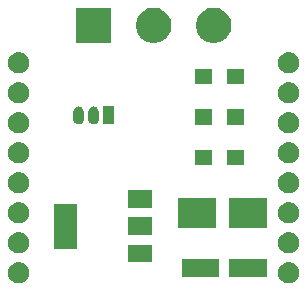
<source format=gbr>
G04 #@! TF.GenerationSoftware,KiCad,Pcbnew,(5.1.5)-3*
G04 #@! TF.CreationDate,2020-01-07T22:17:17+01:00*
G04 #@! TF.ProjectId,WirelessDS18B20,57697265-6c65-4737-9344-533138423230,rev?*
G04 #@! TF.SameCoordinates,Original*
G04 #@! TF.FileFunction,Soldermask,Bot*
G04 #@! TF.FilePolarity,Negative*
%FSLAX46Y46*%
G04 Gerber Fmt 4.6, Leading zero omitted, Abs format (unit mm)*
G04 Created by KiCad (PCBNEW (5.1.5)-3) date 2020-01-07 22:17:17*
%MOMM*%
%LPD*%
G04 APERTURE LIST*
%ADD10C,0.100000*%
G04 APERTURE END LIST*
D10*
G36*
X47887520Y-48664586D02*
G01*
X48051310Y-48732430D01*
X48198717Y-48830924D01*
X48324076Y-48956283D01*
X48422570Y-49103690D01*
X48490414Y-49267480D01*
X48525000Y-49441358D01*
X48525000Y-49618642D01*
X48490414Y-49792520D01*
X48422570Y-49956310D01*
X48324076Y-50103717D01*
X48198717Y-50229076D01*
X48051310Y-50327570D01*
X48051309Y-50327571D01*
X48051308Y-50327571D01*
X47887520Y-50395414D01*
X47713644Y-50430000D01*
X47536356Y-50430000D01*
X47362480Y-50395414D01*
X47198692Y-50327571D01*
X47198691Y-50327571D01*
X47198690Y-50327570D01*
X47051283Y-50229076D01*
X46925924Y-50103717D01*
X46827430Y-49956310D01*
X46759586Y-49792520D01*
X46725000Y-49618642D01*
X46725000Y-49441358D01*
X46759586Y-49267480D01*
X46827430Y-49103690D01*
X46925924Y-48956283D01*
X47051283Y-48830924D01*
X47198690Y-48732430D01*
X47362480Y-48664586D01*
X47536356Y-48630000D01*
X47713644Y-48630000D01*
X47887520Y-48664586D01*
G37*
G36*
X25027520Y-48664586D02*
G01*
X25191310Y-48732430D01*
X25338717Y-48830924D01*
X25464076Y-48956283D01*
X25562570Y-49103690D01*
X25630414Y-49267480D01*
X25665000Y-49441358D01*
X25665000Y-49618642D01*
X25630414Y-49792520D01*
X25562570Y-49956310D01*
X25464076Y-50103717D01*
X25338717Y-50229076D01*
X25191310Y-50327570D01*
X25191309Y-50327571D01*
X25191308Y-50327571D01*
X25027520Y-50395414D01*
X24853644Y-50430000D01*
X24676356Y-50430000D01*
X24502480Y-50395414D01*
X24338692Y-50327571D01*
X24338691Y-50327571D01*
X24338690Y-50327570D01*
X24191283Y-50229076D01*
X24065924Y-50103717D01*
X23967430Y-49956310D01*
X23899586Y-49792520D01*
X23865000Y-49618642D01*
X23865000Y-49441358D01*
X23899586Y-49267480D01*
X23967430Y-49103690D01*
X24065924Y-48956283D01*
X24191283Y-48830924D01*
X24338690Y-48732430D01*
X24502480Y-48664586D01*
X24676356Y-48630000D01*
X24853644Y-48630000D01*
X25027520Y-48664586D01*
G37*
G36*
X41764000Y-49899000D02*
G01*
X38564000Y-49899000D01*
X38564000Y-48399000D01*
X41764000Y-48399000D01*
X41764000Y-49899000D01*
G37*
G36*
X45764000Y-49899000D02*
G01*
X42564000Y-49899000D01*
X42564000Y-48399000D01*
X45764000Y-48399000D01*
X45764000Y-49899000D01*
G37*
G36*
X36027000Y-48643000D02*
G01*
X34027000Y-48643000D01*
X34027000Y-47143000D01*
X36027000Y-47143000D01*
X36027000Y-48643000D01*
G37*
G36*
X47887520Y-46124586D02*
G01*
X48051310Y-46192430D01*
X48198717Y-46290924D01*
X48324076Y-46416283D01*
X48422570Y-46563690D01*
X48490414Y-46727480D01*
X48525000Y-46901358D01*
X48525000Y-47078642D01*
X48490414Y-47252520D01*
X48422570Y-47416310D01*
X48324076Y-47563717D01*
X48198717Y-47689076D01*
X48051310Y-47787570D01*
X48051309Y-47787571D01*
X48051308Y-47787571D01*
X47887520Y-47855414D01*
X47713644Y-47890000D01*
X47536356Y-47890000D01*
X47362480Y-47855414D01*
X47198692Y-47787571D01*
X47198691Y-47787571D01*
X47198690Y-47787570D01*
X47051283Y-47689076D01*
X46925924Y-47563717D01*
X46827430Y-47416310D01*
X46759586Y-47252520D01*
X46725000Y-47078642D01*
X46725000Y-46901358D01*
X46759586Y-46727480D01*
X46827430Y-46563690D01*
X46925924Y-46416283D01*
X47051283Y-46290924D01*
X47198690Y-46192430D01*
X47362480Y-46124586D01*
X47536356Y-46090000D01*
X47713644Y-46090000D01*
X47887520Y-46124586D01*
G37*
G36*
X25027520Y-46124586D02*
G01*
X25191310Y-46192430D01*
X25338717Y-46290924D01*
X25464076Y-46416283D01*
X25562570Y-46563690D01*
X25630414Y-46727480D01*
X25665000Y-46901358D01*
X25665000Y-47078642D01*
X25630414Y-47252520D01*
X25562570Y-47416310D01*
X25464076Y-47563717D01*
X25338717Y-47689076D01*
X25191310Y-47787570D01*
X25191309Y-47787571D01*
X25191308Y-47787571D01*
X25027520Y-47855414D01*
X24853644Y-47890000D01*
X24676356Y-47890000D01*
X24502480Y-47855414D01*
X24338692Y-47787571D01*
X24338691Y-47787571D01*
X24338690Y-47787570D01*
X24191283Y-47689076D01*
X24065924Y-47563717D01*
X23967430Y-47416310D01*
X23899586Y-47252520D01*
X23865000Y-47078642D01*
X23865000Y-46901358D01*
X23899586Y-46727480D01*
X23967430Y-46563690D01*
X24065924Y-46416283D01*
X24191283Y-46290924D01*
X24338690Y-46192430D01*
X24502480Y-46124586D01*
X24676356Y-46090000D01*
X24853644Y-46090000D01*
X25027520Y-46124586D01*
G37*
G36*
X29727000Y-47493000D02*
G01*
X27727000Y-47493000D01*
X27727000Y-43693000D01*
X29727000Y-43693000D01*
X29727000Y-47493000D01*
G37*
G36*
X36027000Y-46343000D02*
G01*
X34027000Y-46343000D01*
X34027000Y-44843000D01*
X36027000Y-44843000D01*
X36027000Y-46343000D01*
G37*
G36*
X45778000Y-45700000D02*
G01*
X42578000Y-45700000D01*
X42578000Y-43200000D01*
X45778000Y-43200000D01*
X45778000Y-45700000D01*
G37*
G36*
X41478000Y-45700000D02*
G01*
X38278000Y-45700000D01*
X38278000Y-43200000D01*
X41478000Y-43200000D01*
X41478000Y-45700000D01*
G37*
G36*
X25027520Y-43584586D02*
G01*
X25191310Y-43652430D01*
X25338717Y-43750924D01*
X25464076Y-43876283D01*
X25562570Y-44023690D01*
X25562571Y-44023692D01*
X25630414Y-44187480D01*
X25665000Y-44361356D01*
X25665000Y-44538644D01*
X25630414Y-44712520D01*
X25576368Y-44843000D01*
X25562570Y-44876310D01*
X25464076Y-45023717D01*
X25338717Y-45149076D01*
X25191310Y-45247570D01*
X25191309Y-45247571D01*
X25191308Y-45247571D01*
X25027520Y-45315414D01*
X24853644Y-45350000D01*
X24676356Y-45350000D01*
X24502480Y-45315414D01*
X24338692Y-45247571D01*
X24338691Y-45247571D01*
X24338690Y-45247570D01*
X24191283Y-45149076D01*
X24065924Y-45023717D01*
X23967430Y-44876310D01*
X23953633Y-44843000D01*
X23899586Y-44712520D01*
X23865000Y-44538644D01*
X23865000Y-44361356D01*
X23899586Y-44187480D01*
X23967429Y-44023692D01*
X23967430Y-44023690D01*
X24065924Y-43876283D01*
X24191283Y-43750924D01*
X24338690Y-43652430D01*
X24502480Y-43584586D01*
X24676356Y-43550000D01*
X24853644Y-43550000D01*
X25027520Y-43584586D01*
G37*
G36*
X47887520Y-43584586D02*
G01*
X48051310Y-43652430D01*
X48198717Y-43750924D01*
X48324076Y-43876283D01*
X48422570Y-44023690D01*
X48422571Y-44023692D01*
X48490414Y-44187480D01*
X48525000Y-44361356D01*
X48525000Y-44538644D01*
X48490414Y-44712520D01*
X48436368Y-44843000D01*
X48422570Y-44876310D01*
X48324076Y-45023717D01*
X48198717Y-45149076D01*
X48051310Y-45247570D01*
X48051309Y-45247571D01*
X48051308Y-45247571D01*
X47887520Y-45315414D01*
X47713644Y-45350000D01*
X47536356Y-45350000D01*
X47362480Y-45315414D01*
X47198692Y-45247571D01*
X47198691Y-45247571D01*
X47198690Y-45247570D01*
X47051283Y-45149076D01*
X46925924Y-45023717D01*
X46827430Y-44876310D01*
X46813633Y-44843000D01*
X46759586Y-44712520D01*
X46725000Y-44538644D01*
X46725000Y-44361356D01*
X46759586Y-44187480D01*
X46827429Y-44023692D01*
X46827430Y-44023690D01*
X46925924Y-43876283D01*
X47051283Y-43750924D01*
X47198690Y-43652430D01*
X47362480Y-43584586D01*
X47536356Y-43550000D01*
X47713644Y-43550000D01*
X47887520Y-43584586D01*
G37*
G36*
X36027000Y-44043000D02*
G01*
X34027000Y-44043000D01*
X34027000Y-42543000D01*
X36027000Y-42543000D01*
X36027000Y-44043000D01*
G37*
G36*
X25027520Y-41044586D02*
G01*
X25191310Y-41112430D01*
X25338717Y-41210924D01*
X25464076Y-41336283D01*
X25562570Y-41483690D01*
X25630414Y-41647480D01*
X25665000Y-41821358D01*
X25665000Y-41998642D01*
X25630414Y-42172520D01*
X25562570Y-42336310D01*
X25464076Y-42483717D01*
X25338717Y-42609076D01*
X25191310Y-42707570D01*
X25191309Y-42707571D01*
X25191308Y-42707571D01*
X25027520Y-42775414D01*
X24853644Y-42810000D01*
X24676356Y-42810000D01*
X24502480Y-42775414D01*
X24338692Y-42707571D01*
X24338691Y-42707571D01*
X24338690Y-42707570D01*
X24191283Y-42609076D01*
X24065924Y-42483717D01*
X23967430Y-42336310D01*
X23899586Y-42172520D01*
X23865000Y-41998642D01*
X23865000Y-41821358D01*
X23899586Y-41647480D01*
X23967430Y-41483690D01*
X24065924Y-41336283D01*
X24191283Y-41210924D01*
X24338690Y-41112430D01*
X24502480Y-41044586D01*
X24676356Y-41010000D01*
X24853644Y-41010000D01*
X25027520Y-41044586D01*
G37*
G36*
X47887520Y-41044586D02*
G01*
X48051310Y-41112430D01*
X48198717Y-41210924D01*
X48324076Y-41336283D01*
X48422570Y-41483690D01*
X48490414Y-41647480D01*
X48525000Y-41821358D01*
X48525000Y-41998642D01*
X48490414Y-42172520D01*
X48422570Y-42336310D01*
X48324076Y-42483717D01*
X48198717Y-42609076D01*
X48051310Y-42707570D01*
X48051309Y-42707571D01*
X48051308Y-42707571D01*
X47887520Y-42775414D01*
X47713644Y-42810000D01*
X47536356Y-42810000D01*
X47362480Y-42775414D01*
X47198692Y-42707571D01*
X47198691Y-42707571D01*
X47198690Y-42707570D01*
X47051283Y-42609076D01*
X46925924Y-42483717D01*
X46827430Y-42336310D01*
X46759586Y-42172520D01*
X46725000Y-41998642D01*
X46725000Y-41821358D01*
X46759586Y-41647480D01*
X46827430Y-41483690D01*
X46925924Y-41336283D01*
X47051283Y-41210924D01*
X47198690Y-41112430D01*
X47362480Y-41044586D01*
X47536356Y-41010000D01*
X47713644Y-41010000D01*
X47887520Y-41044586D01*
G37*
G36*
X43883000Y-40401000D02*
G01*
X42383000Y-40401000D01*
X42383000Y-39101000D01*
X43883000Y-39101000D01*
X43883000Y-40401000D01*
G37*
G36*
X41183000Y-40401000D02*
G01*
X39683000Y-40401000D01*
X39683000Y-39101000D01*
X41183000Y-39101000D01*
X41183000Y-40401000D01*
G37*
G36*
X47887520Y-38504586D02*
G01*
X48051310Y-38572430D01*
X48198717Y-38670924D01*
X48324076Y-38796283D01*
X48422570Y-38943690D01*
X48490414Y-39107480D01*
X48525000Y-39281358D01*
X48525000Y-39458642D01*
X48490414Y-39632520D01*
X48422570Y-39796310D01*
X48324076Y-39943717D01*
X48198717Y-40069076D01*
X48051310Y-40167570D01*
X48051309Y-40167571D01*
X48051308Y-40167571D01*
X47887520Y-40235414D01*
X47713644Y-40270000D01*
X47536356Y-40270000D01*
X47362480Y-40235414D01*
X47198692Y-40167571D01*
X47198691Y-40167571D01*
X47198690Y-40167570D01*
X47051283Y-40069076D01*
X46925924Y-39943717D01*
X46827430Y-39796310D01*
X46759586Y-39632520D01*
X46725000Y-39458642D01*
X46725000Y-39281358D01*
X46759586Y-39107480D01*
X46827430Y-38943690D01*
X46925924Y-38796283D01*
X47051283Y-38670924D01*
X47198690Y-38572430D01*
X47362480Y-38504586D01*
X47536356Y-38470000D01*
X47713644Y-38470000D01*
X47887520Y-38504586D01*
G37*
G36*
X25027520Y-38504586D02*
G01*
X25191310Y-38572430D01*
X25338717Y-38670924D01*
X25464076Y-38796283D01*
X25562570Y-38943690D01*
X25630414Y-39107480D01*
X25665000Y-39281358D01*
X25665000Y-39458642D01*
X25630414Y-39632520D01*
X25562570Y-39796310D01*
X25464076Y-39943717D01*
X25338717Y-40069076D01*
X25191310Y-40167570D01*
X25191309Y-40167571D01*
X25191308Y-40167571D01*
X25027520Y-40235414D01*
X24853644Y-40270000D01*
X24676356Y-40270000D01*
X24502480Y-40235414D01*
X24338692Y-40167571D01*
X24338691Y-40167571D01*
X24338690Y-40167570D01*
X24191283Y-40069076D01*
X24065924Y-39943717D01*
X23967430Y-39796310D01*
X23899586Y-39632520D01*
X23865000Y-39458642D01*
X23865000Y-39281358D01*
X23899586Y-39107480D01*
X23967430Y-38943690D01*
X24065924Y-38796283D01*
X24191283Y-38670924D01*
X24338690Y-38572430D01*
X24502480Y-38504586D01*
X24676356Y-38470000D01*
X24853644Y-38470000D01*
X25027520Y-38504586D01*
G37*
G36*
X47887520Y-35964586D02*
G01*
X48051310Y-36032430D01*
X48198717Y-36130924D01*
X48324076Y-36256283D01*
X48422570Y-36403690D01*
X48422571Y-36403692D01*
X48490414Y-36567480D01*
X48525000Y-36741356D01*
X48525000Y-36918644D01*
X48519757Y-36945000D01*
X48490414Y-37092520D01*
X48422570Y-37256310D01*
X48324076Y-37403717D01*
X48198717Y-37529076D01*
X48051310Y-37627570D01*
X48051309Y-37627571D01*
X48051308Y-37627571D01*
X47887520Y-37695414D01*
X47713644Y-37730000D01*
X47536356Y-37730000D01*
X47362480Y-37695414D01*
X47198692Y-37627571D01*
X47198691Y-37627571D01*
X47198690Y-37627570D01*
X47051283Y-37529076D01*
X46925924Y-37403717D01*
X46827430Y-37256310D01*
X46759586Y-37092520D01*
X46730243Y-36945000D01*
X46725000Y-36918644D01*
X46725000Y-36741356D01*
X46759586Y-36567480D01*
X46827429Y-36403692D01*
X46827430Y-36403690D01*
X46925924Y-36256283D01*
X47051283Y-36130924D01*
X47198690Y-36032430D01*
X47362480Y-35964586D01*
X47536356Y-35930000D01*
X47713644Y-35930000D01*
X47887520Y-35964586D01*
G37*
G36*
X25027520Y-35964586D02*
G01*
X25191310Y-36032430D01*
X25338717Y-36130924D01*
X25464076Y-36256283D01*
X25562570Y-36403690D01*
X25562571Y-36403692D01*
X25630414Y-36567480D01*
X25665000Y-36741356D01*
X25665000Y-36918644D01*
X25659757Y-36945000D01*
X25630414Y-37092520D01*
X25562570Y-37256310D01*
X25464076Y-37403717D01*
X25338717Y-37529076D01*
X25191310Y-37627570D01*
X25191309Y-37627571D01*
X25191308Y-37627571D01*
X25027520Y-37695414D01*
X24853644Y-37730000D01*
X24676356Y-37730000D01*
X24502480Y-37695414D01*
X24338692Y-37627571D01*
X24338691Y-37627571D01*
X24338690Y-37627570D01*
X24191283Y-37529076D01*
X24065924Y-37403717D01*
X23967430Y-37256310D01*
X23899586Y-37092520D01*
X23870243Y-36945000D01*
X23865000Y-36918644D01*
X23865000Y-36741356D01*
X23899586Y-36567480D01*
X23967429Y-36403692D01*
X23967430Y-36403690D01*
X24065924Y-36256283D01*
X24191283Y-36130924D01*
X24338690Y-36032430D01*
X24502480Y-35964586D01*
X24676356Y-35930000D01*
X24853644Y-35930000D01*
X25027520Y-35964586D01*
G37*
G36*
X43883000Y-36972000D02*
G01*
X42383000Y-36972000D01*
X42383000Y-35672000D01*
X43883000Y-35672000D01*
X43883000Y-36972000D01*
G37*
G36*
X41183000Y-36972000D02*
G01*
X39683000Y-36972000D01*
X39683000Y-35672000D01*
X41183000Y-35672000D01*
X41183000Y-36972000D01*
G37*
G36*
X31203214Y-35451511D02*
G01*
X31288040Y-35477243D01*
X31288042Y-35477244D01*
X31366214Y-35519028D01*
X31434738Y-35575263D01*
X31490972Y-35643785D01*
X31506053Y-35672000D01*
X31532757Y-35721959D01*
X31558489Y-35806785D01*
X31565000Y-35872895D01*
X31565000Y-36517105D01*
X31558489Y-36583215D01*
X31532757Y-36668041D01*
X31532756Y-36668043D01*
X31490972Y-36746215D01*
X31434738Y-36814738D01*
X31366215Y-36870972D01*
X31288043Y-36912756D01*
X31288041Y-36912757D01*
X31203215Y-36938489D01*
X31115000Y-36947177D01*
X31026786Y-36938489D01*
X30941960Y-36912757D01*
X30941958Y-36912756D01*
X30863786Y-36870972D01*
X30795263Y-36814738D01*
X30739030Y-36746217D01*
X30697243Y-36668041D01*
X30671511Y-36583213D01*
X30665000Y-36517106D01*
X30665000Y-35872895D01*
X30671511Y-35806788D01*
X30671511Y-35806786D01*
X30697243Y-35721960D01*
X30697245Y-35721957D01*
X30739028Y-35643786D01*
X30795263Y-35575262D01*
X30863785Y-35519028D01*
X30941957Y-35477244D01*
X30941959Y-35477243D01*
X31026785Y-35451511D01*
X31115000Y-35442823D01*
X31203214Y-35451511D01*
G37*
G36*
X29933214Y-35451511D02*
G01*
X30018040Y-35477243D01*
X30018042Y-35477244D01*
X30096214Y-35519028D01*
X30164738Y-35575263D01*
X30220972Y-35643785D01*
X30236053Y-35672000D01*
X30262757Y-35721959D01*
X30288489Y-35806785D01*
X30295000Y-35872895D01*
X30295000Y-36517105D01*
X30288489Y-36583215D01*
X30262757Y-36668041D01*
X30262756Y-36668043D01*
X30220972Y-36746215D01*
X30164738Y-36814738D01*
X30096215Y-36870972D01*
X30018043Y-36912756D01*
X30018041Y-36912757D01*
X29933215Y-36938489D01*
X29845000Y-36947177D01*
X29756786Y-36938489D01*
X29671960Y-36912757D01*
X29671958Y-36912756D01*
X29593786Y-36870972D01*
X29525263Y-36814738D01*
X29469030Y-36746217D01*
X29427243Y-36668041D01*
X29401511Y-36583213D01*
X29395000Y-36517106D01*
X29395000Y-35872895D01*
X29401511Y-35806788D01*
X29401511Y-35806786D01*
X29427243Y-35721960D01*
X29427245Y-35721957D01*
X29469028Y-35643786D01*
X29525263Y-35575262D01*
X29593785Y-35519028D01*
X29671957Y-35477244D01*
X29671959Y-35477243D01*
X29756785Y-35451511D01*
X29845000Y-35442823D01*
X29933214Y-35451511D01*
G37*
G36*
X32835000Y-36945000D02*
G01*
X31935000Y-36945000D01*
X31935000Y-35445000D01*
X32835000Y-35445000D01*
X32835000Y-36945000D01*
G37*
G36*
X25027520Y-33424586D02*
G01*
X25191310Y-33492430D01*
X25338717Y-33590924D01*
X25464076Y-33716283D01*
X25562570Y-33863690D01*
X25630414Y-34027480D01*
X25665000Y-34201358D01*
X25665000Y-34378642D01*
X25630414Y-34552520D01*
X25562570Y-34716310D01*
X25464076Y-34863717D01*
X25338717Y-34989076D01*
X25191310Y-35087570D01*
X25191309Y-35087571D01*
X25191308Y-35087571D01*
X25027520Y-35155414D01*
X24853644Y-35190000D01*
X24676356Y-35190000D01*
X24502480Y-35155414D01*
X24338692Y-35087571D01*
X24338691Y-35087571D01*
X24338690Y-35087570D01*
X24191283Y-34989076D01*
X24065924Y-34863717D01*
X23967430Y-34716310D01*
X23899586Y-34552520D01*
X23865000Y-34378642D01*
X23865000Y-34201358D01*
X23899586Y-34027480D01*
X23967430Y-33863690D01*
X24065924Y-33716283D01*
X24191283Y-33590924D01*
X24338690Y-33492430D01*
X24502480Y-33424586D01*
X24676356Y-33390000D01*
X24853644Y-33390000D01*
X25027520Y-33424586D01*
G37*
G36*
X47887520Y-33424586D02*
G01*
X48051310Y-33492430D01*
X48198717Y-33590924D01*
X48324076Y-33716283D01*
X48422570Y-33863690D01*
X48490414Y-34027480D01*
X48525000Y-34201358D01*
X48525000Y-34378642D01*
X48490414Y-34552520D01*
X48422570Y-34716310D01*
X48324076Y-34863717D01*
X48198717Y-34989076D01*
X48051310Y-35087570D01*
X48051309Y-35087571D01*
X48051308Y-35087571D01*
X47887520Y-35155414D01*
X47713644Y-35190000D01*
X47536356Y-35190000D01*
X47362480Y-35155414D01*
X47198692Y-35087571D01*
X47198691Y-35087571D01*
X47198690Y-35087570D01*
X47051283Y-34989076D01*
X46925924Y-34863717D01*
X46827430Y-34716310D01*
X46759586Y-34552520D01*
X46725000Y-34378642D01*
X46725000Y-34201358D01*
X46759586Y-34027480D01*
X46827430Y-33863690D01*
X46925924Y-33716283D01*
X47051283Y-33590924D01*
X47198690Y-33492430D01*
X47362480Y-33424586D01*
X47536356Y-33390000D01*
X47713644Y-33390000D01*
X47887520Y-33424586D01*
G37*
G36*
X43883000Y-33543000D02*
G01*
X42383000Y-33543000D01*
X42383000Y-32243000D01*
X43883000Y-32243000D01*
X43883000Y-33543000D01*
G37*
G36*
X41183000Y-33543000D02*
G01*
X39683000Y-33543000D01*
X39683000Y-32243000D01*
X41183000Y-32243000D01*
X41183000Y-33543000D01*
G37*
G36*
X25027520Y-30884586D02*
G01*
X25191310Y-30952430D01*
X25338717Y-31050924D01*
X25464076Y-31176283D01*
X25562570Y-31323690D01*
X25630414Y-31487480D01*
X25665000Y-31661358D01*
X25665000Y-31838642D01*
X25630414Y-32012520D01*
X25562570Y-32176310D01*
X25464076Y-32323717D01*
X25338717Y-32449076D01*
X25191310Y-32547570D01*
X25191309Y-32547571D01*
X25191308Y-32547571D01*
X25027520Y-32615414D01*
X24853644Y-32650000D01*
X24676356Y-32650000D01*
X24502480Y-32615414D01*
X24338692Y-32547571D01*
X24338691Y-32547571D01*
X24338690Y-32547570D01*
X24191283Y-32449076D01*
X24065924Y-32323717D01*
X23967430Y-32176310D01*
X23899586Y-32012520D01*
X23865000Y-31838642D01*
X23865000Y-31661358D01*
X23899586Y-31487480D01*
X23967430Y-31323690D01*
X24065924Y-31176283D01*
X24191283Y-31050924D01*
X24338690Y-30952430D01*
X24502480Y-30884586D01*
X24676356Y-30850000D01*
X24853644Y-30850000D01*
X25027520Y-30884586D01*
G37*
G36*
X47887520Y-30884586D02*
G01*
X48051310Y-30952430D01*
X48198717Y-31050924D01*
X48324076Y-31176283D01*
X48422570Y-31323690D01*
X48490414Y-31487480D01*
X48525000Y-31661358D01*
X48525000Y-31838642D01*
X48490414Y-32012520D01*
X48422570Y-32176310D01*
X48324076Y-32323717D01*
X48198717Y-32449076D01*
X48051310Y-32547570D01*
X48051309Y-32547571D01*
X48051308Y-32547571D01*
X47887520Y-32615414D01*
X47713644Y-32650000D01*
X47536356Y-32650000D01*
X47362480Y-32615414D01*
X47198692Y-32547571D01*
X47198691Y-32547571D01*
X47198690Y-32547570D01*
X47051283Y-32449076D01*
X46925924Y-32323717D01*
X46827430Y-32176310D01*
X46759586Y-32012520D01*
X46725000Y-31838642D01*
X46725000Y-31661358D01*
X46759586Y-31487480D01*
X46827430Y-31323690D01*
X46925924Y-31176283D01*
X47051283Y-31050924D01*
X47198690Y-30952430D01*
X47362480Y-30884586D01*
X47536356Y-30850000D01*
X47713644Y-30850000D01*
X47887520Y-30884586D01*
G37*
G36*
X32615000Y-30075000D02*
G01*
X29615000Y-30075000D01*
X29615000Y-27075000D01*
X32615000Y-27075000D01*
X32615000Y-30075000D01*
G37*
G36*
X36632534Y-27132643D02*
G01*
X36905515Y-27245716D01*
X36905517Y-27245717D01*
X37029190Y-27328353D01*
X37151193Y-27409873D01*
X37360127Y-27618807D01*
X37524284Y-27864485D01*
X37637357Y-28137466D01*
X37695000Y-28427262D01*
X37695000Y-28722738D01*
X37637357Y-29012534D01*
X37524284Y-29285515D01*
X37524283Y-29285517D01*
X37360126Y-29531194D01*
X37151194Y-29740126D01*
X36905517Y-29904283D01*
X36905516Y-29904284D01*
X36905515Y-29904284D01*
X36632534Y-30017357D01*
X36342738Y-30075000D01*
X36047262Y-30075000D01*
X35757466Y-30017357D01*
X35484485Y-29904284D01*
X35484484Y-29904284D01*
X35484483Y-29904283D01*
X35238806Y-29740126D01*
X35029874Y-29531194D01*
X34865717Y-29285517D01*
X34865716Y-29285515D01*
X34752643Y-29012534D01*
X34695000Y-28722738D01*
X34695000Y-28427262D01*
X34752643Y-28137466D01*
X34865716Y-27864485D01*
X35029873Y-27618807D01*
X35238807Y-27409873D01*
X35360810Y-27328353D01*
X35484483Y-27245717D01*
X35484485Y-27245716D01*
X35757466Y-27132643D01*
X36047262Y-27075000D01*
X36342738Y-27075000D01*
X36632534Y-27132643D01*
G37*
G36*
X41712534Y-27132643D02*
G01*
X41985515Y-27245716D01*
X41985517Y-27245717D01*
X42109190Y-27328353D01*
X42231193Y-27409873D01*
X42440127Y-27618807D01*
X42604284Y-27864485D01*
X42717357Y-28137466D01*
X42775000Y-28427262D01*
X42775000Y-28722738D01*
X42717357Y-29012534D01*
X42604284Y-29285515D01*
X42604283Y-29285517D01*
X42440126Y-29531194D01*
X42231194Y-29740126D01*
X41985517Y-29904283D01*
X41985516Y-29904284D01*
X41985515Y-29904284D01*
X41712534Y-30017357D01*
X41422738Y-30075000D01*
X41127262Y-30075000D01*
X40837466Y-30017357D01*
X40564485Y-29904284D01*
X40564484Y-29904284D01*
X40564483Y-29904283D01*
X40318806Y-29740126D01*
X40109874Y-29531194D01*
X39945717Y-29285517D01*
X39945716Y-29285515D01*
X39832643Y-29012534D01*
X39775000Y-28722738D01*
X39775000Y-28427262D01*
X39832643Y-28137466D01*
X39945716Y-27864485D01*
X40109873Y-27618807D01*
X40318807Y-27409873D01*
X40440810Y-27328353D01*
X40564483Y-27245717D01*
X40564485Y-27245716D01*
X40837466Y-27132643D01*
X41127262Y-27075000D01*
X41422738Y-27075000D01*
X41712534Y-27132643D01*
G37*
M02*

</source>
